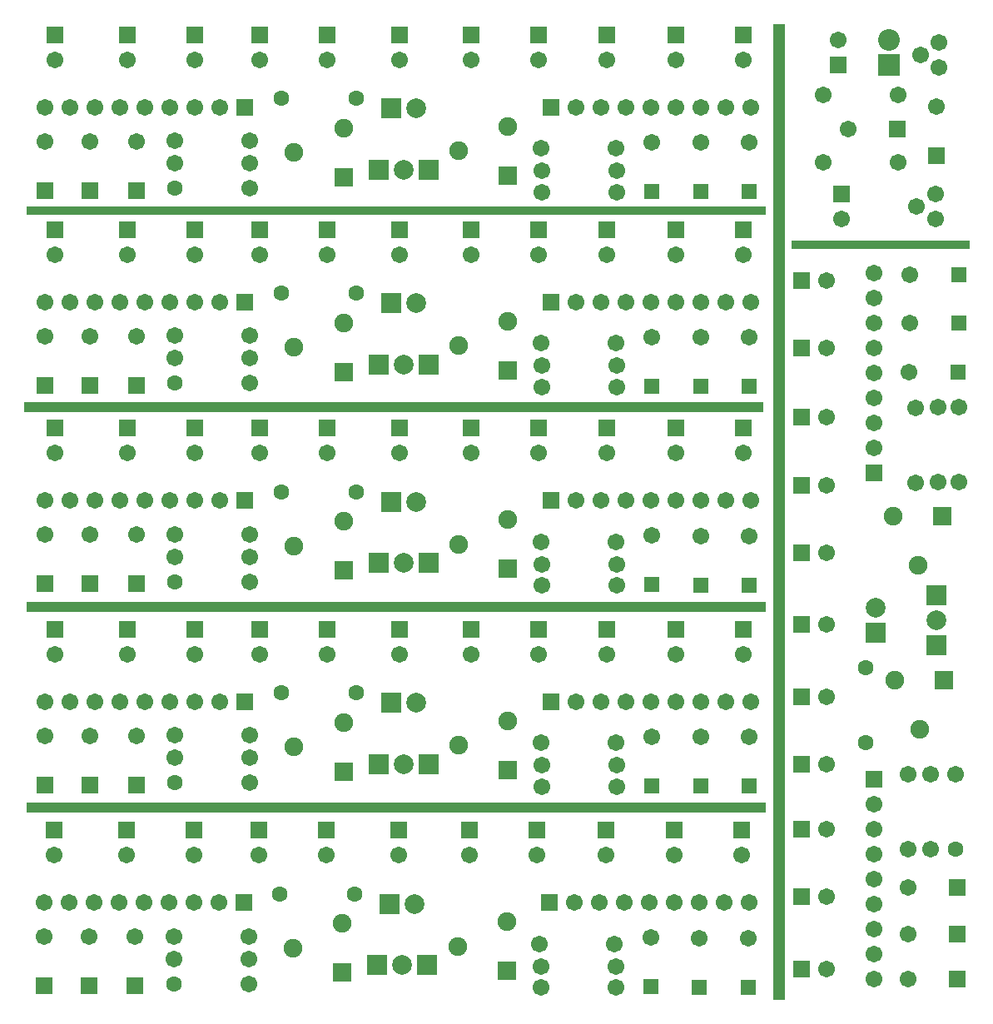
<source format=gts>
G04 Layer_Color=8388736*
%FSLAX25Y25*%
%MOIN*%
G70*
G01*
G75*
%ADD37R,0.71666X0.03556*%
%ADD38R,2.96076X0.03556*%
%ADD39R,2.96076X0.03950*%
%ADD40R,0.04737X3.90564*%
%ADD41R,0.06706X0.06706*%
%ADD42C,0.06706*%
%ADD43R,0.06706X0.06706*%
%ADD44C,0.08674*%
%ADD45R,0.08674X0.08674*%
%ADD46R,0.06115X0.06115*%
%ADD47R,0.07493X0.07493*%
%ADD48C,0.07493*%
%ADD49C,0.06312*%
%ADD50R,0.07887X0.07887*%
%ADD51C,0.07887*%
%ADD52R,0.06115X0.06115*%
%ADD53R,0.07493X0.07493*%
%ADD54R,0.07887X0.07887*%
D37*
X346000Y305000D02*
D03*
D38*
X152000Y318500D02*
D03*
D39*
X151000Y240000D02*
D03*
X152000Y160000D02*
D03*
Y79500D02*
D03*
D40*
X305500Y198000D02*
D03*
D41*
X368563Y340595D02*
D03*
X330563Y325437D02*
D03*
X329063Y376937D02*
D03*
X343500Y91000D02*
D03*
Y213500D02*
D03*
X124500Y389000D02*
D03*
X97500D02*
D03*
X71500D02*
D03*
X44500D02*
D03*
X15500D02*
D03*
X182000D02*
D03*
X11500Y326657D02*
D03*
X209000Y389000D02*
D03*
X236500D02*
D03*
X29500Y326657D02*
D03*
X264000Y389000D02*
D03*
X291000D02*
D03*
X48000Y326657D02*
D03*
X153500Y389000D02*
D03*
X124500Y311000D02*
D03*
X97500D02*
D03*
X71500D02*
D03*
X44500D02*
D03*
X15500D02*
D03*
X182000D02*
D03*
X11500Y248657D02*
D03*
X209000Y311000D02*
D03*
X236500D02*
D03*
X29500Y248657D02*
D03*
X264000Y311000D02*
D03*
X291000D02*
D03*
X48000Y248657D02*
D03*
X153500Y311000D02*
D03*
X124500Y231500D02*
D03*
X97500D02*
D03*
X71500D02*
D03*
X44500D02*
D03*
X15500D02*
D03*
X182000D02*
D03*
X11500Y169157D02*
D03*
X209000Y231500D02*
D03*
X236500D02*
D03*
X29500Y169157D02*
D03*
X264000Y231500D02*
D03*
X291000D02*
D03*
X48000Y169157D02*
D03*
X153500Y231500D02*
D03*
X124500Y151000D02*
D03*
X97500D02*
D03*
X71500D02*
D03*
X44500D02*
D03*
X15500D02*
D03*
X182000D02*
D03*
X11500Y88657D02*
D03*
X209000Y151000D02*
D03*
X236500D02*
D03*
X29500Y88657D02*
D03*
X264000Y151000D02*
D03*
X291000D02*
D03*
X48000Y88657D02*
D03*
X153500Y151000D02*
D03*
X29000Y8157D02*
D03*
X47500D02*
D03*
X153000Y70500D02*
D03*
X124000D02*
D03*
X97000D02*
D03*
X71000D02*
D03*
X44000D02*
D03*
X15000D02*
D03*
X290500D02*
D03*
X263500D02*
D03*
X236000D02*
D03*
X208500D02*
D03*
X181500D02*
D03*
X11000Y8157D02*
D03*
D42*
X368563Y360279D02*
D03*
X333221Y351437D02*
D03*
X330563Y315437D02*
D03*
X329063Y386937D02*
D03*
X368063Y315437D02*
D03*
X360563Y320437D02*
D03*
X368063Y325437D02*
D03*
X369563Y375937D02*
D03*
X362063Y380937D02*
D03*
X369563Y385937D02*
D03*
X353063Y337937D02*
D03*
X323063D02*
D03*
X353063Y364937D02*
D03*
X323063D02*
D03*
X324500Y124000D02*
D03*
Y97000D02*
D03*
Y71000D02*
D03*
Y44000D02*
D03*
Y15000D02*
D03*
Y181500D02*
D03*
X357157Y11000D02*
D03*
X357657Y293000D02*
D03*
X357000Y93000D02*
D03*
Y63000D02*
D03*
X360000Y209600D02*
D03*
Y239600D02*
D03*
X324500Y208500D02*
D03*
Y236000D02*
D03*
X357157Y29000D02*
D03*
X357657Y273500D02*
D03*
X324500Y263500D02*
D03*
Y290500D02*
D03*
X366000Y63000D02*
D03*
Y93000D02*
D03*
X369000Y240000D02*
D03*
Y210000D02*
D03*
X357157Y47500D02*
D03*
X357500Y254000D02*
D03*
X376000Y93000D02*
D03*
X377500Y210000D02*
D03*
Y240000D02*
D03*
X343500Y71000D02*
D03*
Y61000D02*
D03*
Y51000D02*
D03*
Y41000D02*
D03*
Y31000D02*
D03*
Y21000D02*
D03*
Y11000D02*
D03*
Y81000D02*
D03*
Y233500D02*
D03*
Y243500D02*
D03*
Y253500D02*
D03*
Y263500D02*
D03*
Y273500D02*
D03*
Y283500D02*
D03*
Y293500D02*
D03*
Y223500D02*
D03*
X324500Y153000D02*
D03*
X124500Y379000D02*
D03*
X97500D02*
D03*
X71500D02*
D03*
X44500D02*
D03*
X15500D02*
D03*
X182000D02*
D03*
X11500Y346343D02*
D03*
X293500Y345843D02*
D03*
X93500Y346500D02*
D03*
X63500D02*
D03*
X210100Y343500D02*
D03*
X240100D02*
D03*
X209000Y379000D02*
D03*
X236500D02*
D03*
X29500Y346343D02*
D03*
X274000Y345843D02*
D03*
X264000Y379000D02*
D03*
X291000D02*
D03*
X63500Y337500D02*
D03*
X93500D02*
D03*
X240500Y334500D02*
D03*
X210500D02*
D03*
X48000Y346343D02*
D03*
X254500Y346000D02*
D03*
X93500Y327500D02*
D03*
X210500Y326000D02*
D03*
X240500D02*
D03*
X71500Y360000D02*
D03*
X61500D02*
D03*
X51500D02*
D03*
X41500D02*
D03*
X31500D02*
D03*
X21500D02*
D03*
X11500D02*
D03*
X81500D02*
D03*
X234000D02*
D03*
X244000D02*
D03*
X254000D02*
D03*
X264000D02*
D03*
X274000D02*
D03*
X284000D02*
D03*
X294000D02*
D03*
X224000D02*
D03*
X153500Y379000D02*
D03*
X124500Y301000D02*
D03*
X97500D02*
D03*
X71500D02*
D03*
X44500D02*
D03*
X15500D02*
D03*
X182000D02*
D03*
X11500Y268343D02*
D03*
X293500Y267843D02*
D03*
X93500Y268500D02*
D03*
X63500D02*
D03*
X210100Y265500D02*
D03*
X240100D02*
D03*
X209000Y301000D02*
D03*
X236500D02*
D03*
X29500Y268343D02*
D03*
X274000Y267843D02*
D03*
X264000Y301000D02*
D03*
X291000D02*
D03*
X63500Y259500D02*
D03*
X93500D02*
D03*
X240500Y256500D02*
D03*
X210500D02*
D03*
X48000Y268343D02*
D03*
X254500Y268000D02*
D03*
X93500Y249500D02*
D03*
X210500Y248000D02*
D03*
X240500D02*
D03*
X71500Y282000D02*
D03*
X61500D02*
D03*
X51500D02*
D03*
X41500D02*
D03*
X31500D02*
D03*
X21500D02*
D03*
X11500D02*
D03*
X81500D02*
D03*
X234000D02*
D03*
X244000D02*
D03*
X254000D02*
D03*
X264000D02*
D03*
X274000D02*
D03*
X284000D02*
D03*
X294000D02*
D03*
X224000D02*
D03*
X153500Y301000D02*
D03*
X124500Y221500D02*
D03*
X97500D02*
D03*
X71500D02*
D03*
X44500D02*
D03*
X15500D02*
D03*
X182000D02*
D03*
X11500Y188843D02*
D03*
X293500Y188343D02*
D03*
X93500Y189000D02*
D03*
X63500D02*
D03*
X210100Y186000D02*
D03*
X240100D02*
D03*
X209000Y221500D02*
D03*
X236500D02*
D03*
X29500Y188843D02*
D03*
X274000Y188343D02*
D03*
X264000Y221500D02*
D03*
X291000D02*
D03*
X63500Y180000D02*
D03*
X93500D02*
D03*
X240500Y177000D02*
D03*
X210500D02*
D03*
X48000Y188843D02*
D03*
X254500Y188500D02*
D03*
X93500Y170000D02*
D03*
X210500Y168500D02*
D03*
X240500D02*
D03*
X71500Y202500D02*
D03*
X61500D02*
D03*
X51500D02*
D03*
X41500D02*
D03*
X31500D02*
D03*
X21500D02*
D03*
X11500D02*
D03*
X81500D02*
D03*
X234000D02*
D03*
X244000D02*
D03*
X254000D02*
D03*
X264000D02*
D03*
X274000D02*
D03*
X284000D02*
D03*
X294000D02*
D03*
X224000D02*
D03*
X153500Y221500D02*
D03*
X124500Y141000D02*
D03*
X97500D02*
D03*
X71500D02*
D03*
X44500D02*
D03*
X15500D02*
D03*
X182000D02*
D03*
X11500Y108343D02*
D03*
X293500Y107843D02*
D03*
X93500Y108500D02*
D03*
X63500D02*
D03*
X210100Y105500D02*
D03*
X240100D02*
D03*
X209000Y141000D02*
D03*
X236500D02*
D03*
X29500Y108343D02*
D03*
X274000Y107843D02*
D03*
X264000Y141000D02*
D03*
X291000D02*
D03*
X63500Y99500D02*
D03*
X93500D02*
D03*
X240500Y96500D02*
D03*
X210500D02*
D03*
X48000Y108343D02*
D03*
X254500Y108000D02*
D03*
X93500Y89500D02*
D03*
X210500Y88000D02*
D03*
X240500D02*
D03*
X71500Y122000D02*
D03*
X61500D02*
D03*
X51500D02*
D03*
X41500D02*
D03*
X31500D02*
D03*
X21500D02*
D03*
X11500D02*
D03*
X81500D02*
D03*
X234000D02*
D03*
X244000D02*
D03*
X254000D02*
D03*
X264000D02*
D03*
X274000D02*
D03*
X284000D02*
D03*
X294000D02*
D03*
X224000D02*
D03*
X153500Y141000D02*
D03*
X210000Y7500D02*
D03*
X240000D02*
D03*
X93000Y28000D02*
D03*
X63000D02*
D03*
X29000Y27843D02*
D03*
X47500D02*
D03*
X63000Y19000D02*
D03*
X93000D02*
D03*
Y9000D02*
D03*
X153000Y60500D02*
D03*
X124000D02*
D03*
X97000D02*
D03*
X71000D02*
D03*
X44000D02*
D03*
X15000D02*
D03*
X290500D02*
D03*
X263500D02*
D03*
X236000D02*
D03*
X208500D02*
D03*
X181500D02*
D03*
X233500Y41500D02*
D03*
X243500D02*
D03*
X253500D02*
D03*
X263500D02*
D03*
X273500D02*
D03*
X283500D02*
D03*
X293500D02*
D03*
X223500D02*
D03*
X254000Y27500D02*
D03*
X71000Y41500D02*
D03*
X61000D02*
D03*
X51000D02*
D03*
X41000D02*
D03*
X31000D02*
D03*
X21000D02*
D03*
X11000D02*
D03*
X81000D02*
D03*
X240000Y16000D02*
D03*
X210000D02*
D03*
X273500Y27343D02*
D03*
X209600Y25000D02*
D03*
X239600D02*
D03*
X293000Y27343D02*
D03*
X11000Y27843D02*
D03*
D43*
X352906Y351437D02*
D03*
X314500Y124000D02*
D03*
Y97000D02*
D03*
Y71000D02*
D03*
Y44000D02*
D03*
Y15000D02*
D03*
Y181500D02*
D03*
X376843Y11000D02*
D03*
X314500Y208500D02*
D03*
Y236000D02*
D03*
X376843Y29000D02*
D03*
X314500Y263500D02*
D03*
Y290500D02*
D03*
X376843Y47500D02*
D03*
X314500Y153000D02*
D03*
X91500Y360000D02*
D03*
X214000D02*
D03*
X91500Y282000D02*
D03*
X214000D02*
D03*
X91500Y202500D02*
D03*
X214000D02*
D03*
X91500Y122000D02*
D03*
X214000D02*
D03*
X213500Y41500D02*
D03*
X91000D02*
D03*
D44*
X349563Y386937D02*
D03*
D45*
Y376937D02*
D03*
D46*
X377343Y293000D02*
D03*
Y273500D02*
D03*
X377185Y254000D02*
D03*
D47*
X371500Y130500D02*
D03*
X370843Y196343D02*
D03*
D48*
X361657Y110815D02*
D03*
X351815Y130500D02*
D03*
X361000Y176657D02*
D03*
X351157Y196343D02*
D03*
X111315Y341843D02*
D03*
X131000Y351685D02*
D03*
X177157Y342500D02*
D03*
X196843Y352343D02*
D03*
X111315Y263843D02*
D03*
X131000Y273685D02*
D03*
X177157Y264500D02*
D03*
X196843Y274343D02*
D03*
X111315Y184343D02*
D03*
X131000Y194185D02*
D03*
X177157Y185000D02*
D03*
X196843Y194843D02*
D03*
X111315Y103843D02*
D03*
X131000Y113685D02*
D03*
X177157Y104500D02*
D03*
X196843Y114343D02*
D03*
X176657Y24000D02*
D03*
X196343Y33843D02*
D03*
X110815Y23343D02*
D03*
X130500Y33185D02*
D03*
D49*
X376000Y63000D02*
D03*
X340000Y135500D02*
D03*
Y105500D02*
D03*
X63500Y327500D02*
D03*
X136000Y363500D02*
D03*
X106000D02*
D03*
X63500Y249500D02*
D03*
X136000Y285500D02*
D03*
X106000D02*
D03*
X63500Y170000D02*
D03*
X136000Y206000D02*
D03*
X106000D02*
D03*
X63500Y89500D02*
D03*
X136000Y125500D02*
D03*
X106000D02*
D03*
X135500Y45000D02*
D03*
X105500D02*
D03*
X63000Y9000D02*
D03*
D50*
X368500Y144500D02*
D03*
Y164500D02*
D03*
X344000Y149500D02*
D03*
D51*
X368500Y154500D02*
D03*
X344000Y159500D02*
D03*
X155000Y335000D02*
D03*
X160000Y359500D02*
D03*
X155000Y257000D02*
D03*
X160000Y281500D02*
D03*
X155000Y177500D02*
D03*
X160000Y202000D02*
D03*
X155000Y97000D02*
D03*
X160000Y121500D02*
D03*
X154500Y16500D02*
D03*
X159500Y41000D02*
D03*
D52*
X293500Y326157D02*
D03*
X274000D02*
D03*
X254500Y326315D02*
D03*
X293500Y248157D02*
D03*
X274000D02*
D03*
X254500Y248315D02*
D03*
X293500Y168657D02*
D03*
X274000D02*
D03*
X254500Y168815D02*
D03*
X293500Y88157D02*
D03*
X274000D02*
D03*
X254500Y88315D02*
D03*
X254000Y7815D02*
D03*
X273500Y7657D02*
D03*
X293000D02*
D03*
D53*
X131000Y332000D02*
D03*
X196843Y332657D02*
D03*
X131000Y254000D02*
D03*
X196843Y254657D02*
D03*
X131000Y174500D02*
D03*
X196843Y175157D02*
D03*
X131000Y94000D02*
D03*
X196843Y94657D02*
D03*
X196343Y14157D02*
D03*
X130500Y13500D02*
D03*
D54*
X145000Y335000D02*
D03*
X165000D02*
D03*
X150000Y359500D02*
D03*
X145000Y257000D02*
D03*
X165000D02*
D03*
X150000Y281500D02*
D03*
X145000Y177500D02*
D03*
X165000D02*
D03*
X150000Y202000D02*
D03*
X145000Y97000D02*
D03*
X165000D02*
D03*
X150000Y121500D02*
D03*
X144500Y16500D02*
D03*
X164500D02*
D03*
X149500Y41000D02*
D03*
M02*

</source>
